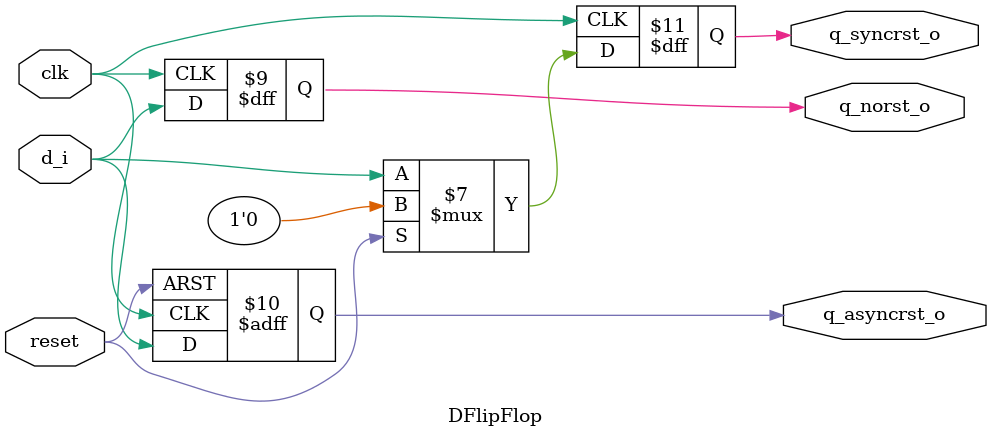
<source format=sv>

module DFlipFlop(input logic d_i,
                 input logic clk,
                 input logic reset,
                 output logic q_norst_o,
                 output logic q_syncrst_o,
                 output logic q_asyncrst_o);
  
  
      // Synchronous reset
  always @(posedge clk) begin
    if (~reset) begin
      q_syncrst_o <= d_i ;
    end
	else begin
      q_syncrst_o <= 0;
    end
  end
  
     // Asynchronous reset
  always @(posedge reset, posedge clk) begin
    if (~reset) begin
      q_asyncrst_o <= d_i ;
    end
    else begin
      q_asyncrst_o <= 0;
    end
  end
  
     // No reset
  always @(posedge clk) begin
    q_norst_o <= d_i;
  end
       
endmodule

      
    
    
    
  
</source>
